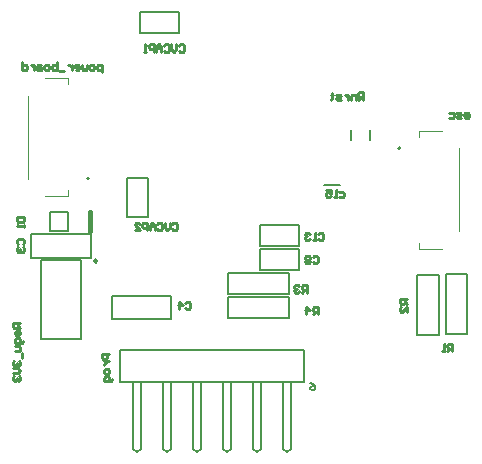
<source format=gbr>
%TF.GenerationSoftware,Altium Limited,Altium Designer,21.3.2 (30)*%
G04 Layer_Color=32896*
%FSLAX44Y44*%
%MOMM*%
%TF.SameCoordinates,DF9C5644-7730-4CB0-946D-AD2690A7FF42*%
%TF.FilePolarity,Positive*%
%TF.FileFunction,Legend,Bot*%
%TF.Part,Single*%
G01*
G75*
%TA.AperFunction,NonConductor*%
%ADD42C,0.2500*%
%ADD43C,0.2000*%
%ADD44C,0.1000*%
%ADD45C,0.4000*%
%ADD46C,0.1524*%
%ADD47C,0.2540*%
D42*
X639370Y713720D02*
G03*
X639370Y713720I-1250J0D01*
G01*
D43*
X631380Y784440D02*
G03*
X631380Y782440I0J-1000D01*
G01*
D02*
G03*
X631380Y784440I0J1000D01*
G01*
X895160Y807990D02*
G03*
X895160Y809990I0J1000D01*
G01*
D02*
G03*
X895160Y807990I0J-1000D01*
G01*
X746100Y554140D02*
X749300Y552140D01*
X752500Y554140D01*
X746100D02*
Y611390D01*
X752500Y554140D02*
Y611390D01*
X695300Y554140D02*
X698500Y552140D01*
X701700Y554140D01*
X695300D02*
Y611390D01*
X701700Y554140D02*
Y611390D01*
X669900Y554140D02*
X673100Y552140D01*
X676300Y554140D01*
X669900D02*
Y611390D01*
X676300Y554140D02*
Y611390D01*
X658900Y638290D02*
X814300D01*
Y611390D02*
Y638290D01*
X658900Y611390D02*
X814300D01*
X658900D02*
Y638290D01*
X727100Y554140D02*
Y611390D01*
X720700Y554140D02*
Y611390D01*
X723900Y552140D02*
X727100Y554140D01*
X720700D02*
X723900Y552140D01*
X777900Y554140D02*
Y611390D01*
X771500Y554140D02*
Y611390D01*
X774700Y552140D02*
X777900Y554140D01*
X771500D02*
X774700Y552140D01*
X796900Y554140D02*
X800100Y552140D01*
X803300Y554140D01*
X796900D02*
Y611390D01*
X803300Y554140D02*
Y611390D01*
X708694Y906670D02*
Y924570D01*
X675994Y906670D02*
X708694D01*
X675994D02*
Y924570D01*
X708694D01*
X664200Y783624D02*
X682100D01*
Y750924D02*
Y783624D01*
X664200Y750924D02*
X682100D01*
X664200D02*
Y783624D01*
X625620Y647220D02*
Y714220D01*
X591620Y647220D02*
Y714220D01*
X625620D01*
X591620Y647220D02*
X625620D01*
X614860Y738760D02*
Y754760D01*
X599260D02*
X614860D01*
X599260Y738760D02*
X614860D01*
X599260D02*
Y754760D01*
X831700Y778290D02*
X844700D01*
X777340Y744230D02*
X810040D01*
X777340Y726330D02*
Y744230D01*
Y726330D02*
X810040D01*
Y744230D01*
X777340Y723910D02*
X810040D01*
X777340Y706010D02*
Y723910D01*
Y706010D02*
X810040D01*
Y723910D01*
X651520Y664470D02*
X702220D01*
Y684370D01*
X651520D02*
X702220D01*
X651520Y664470D02*
Y684370D01*
X633720Y716440D02*
Y736340D01*
X583020Y716440D02*
X633720D01*
X583020D02*
Y736340D01*
X633720D01*
X870330Y816420D02*
Y824420D01*
X854330Y816420D02*
Y824420D01*
D44*
X615000Y863440D02*
Y868440D01*
X595380D02*
X615000D01*
X581000Y783440D02*
Y853440D01*
X595380Y768440D02*
X615000D01*
Y773440D01*
X911540Y723990D02*
Y728990D01*
Y723990D02*
X931160D01*
X945540Y738990D02*
Y808990D01*
X911540Y823990D02*
X931160D01*
X911540Y818990D02*
Y823990D01*
D45*
X632960Y738760D02*
Y754760D01*
D46*
X934610Y651420D02*
X952610D01*
X934610D02*
Y702420D01*
X952610D01*
Y651420D02*
Y702420D01*
X910480Y651140D02*
X928480D01*
X910480D02*
Y702140D01*
X928480D01*
Y651140D02*
Y702140D01*
X801460Y685690D02*
Y703690D01*
X750460Y685690D02*
X801460D01*
X750460D02*
Y703690D01*
X801460D01*
Y665370D02*
Y683370D01*
X750460Y665370D02*
X801460D01*
X750460D02*
Y683370D01*
X801460D01*
X819856Y610770D02*
X821972Y609712D01*
X824088Y607596D01*
Y605480D01*
X823030Y604422D01*
X820914D01*
X819856Y605480D01*
Y606538D01*
X820914Y607596D01*
X824088D01*
D47*
X702856Y745066D02*
X703914Y746124D01*
X706030D01*
X707088Y745066D01*
Y740834D01*
X706030Y739776D01*
X703914D01*
X702856Y740834D01*
X700740Y746124D02*
Y741892D01*
X698624Y739776D01*
X696508Y741892D01*
Y746124D01*
X690160Y745066D02*
X691218Y746124D01*
X693334D01*
X694392Y745066D01*
Y740834D01*
X693334Y739776D01*
X691218D01*
X690160Y740834D01*
X688044Y739776D02*
Y744008D01*
X685928Y746124D01*
X683812Y744008D01*
Y739776D01*
Y742950D01*
X688044D01*
X681696Y739776D02*
Y746124D01*
X678522D01*
X677464Y745066D01*
Y742950D01*
X678522Y741892D01*
X681696D01*
X671116Y739776D02*
X675348D01*
X671116Y744008D01*
Y745066D01*
X672174Y746124D01*
X674290D01*
X675348Y745066D01*
X708492Y896068D02*
X709550Y897126D01*
X711666D01*
X712724Y896068D01*
Y891836D01*
X711666Y890778D01*
X709550D01*
X708492Y891836D01*
X706376Y897126D02*
Y892894D01*
X704260Y890778D01*
X702144Y892894D01*
Y897126D01*
X695796Y896068D02*
X696854Y897126D01*
X698970D01*
X700028Y896068D01*
Y891836D01*
X698970Y890778D01*
X696854D01*
X695796Y891836D01*
X693680Y890778D02*
Y895010D01*
X691564Y897126D01*
X689448Y895010D01*
Y890778D01*
Y893952D01*
X693680D01*
X687332Y890778D02*
Y897126D01*
X684158D01*
X683100Y896068D01*
Y893952D01*
X684158Y892894D01*
X687332D01*
X680984Y890778D02*
X678868D01*
X679926D01*
Y897126D01*
X680984Y896068D01*
X649562Y634954D02*
X643214D01*
Y631780D01*
X644272Y630722D01*
X646388D01*
X647446Y631780D01*
Y634954D01*
X645330Y628606D02*
X649562D01*
X647446D01*
X646388Y627548D01*
X645330Y626490D01*
Y625432D01*
X649562Y621200D02*
Y619084D01*
X648504Y618026D01*
X646388D01*
X645330Y619084D01*
Y621200D01*
X646388Y622258D01*
X648504D01*
X649562Y621200D01*
X651678Y613794D02*
Y612736D01*
X650620Y611678D01*
X645330D01*
Y614852D01*
X646388Y615910D01*
X648504D01*
X649562Y614852D01*
Y611678D01*
X825964Y668656D02*
Y675004D01*
X822790D01*
X821732Y673946D01*
Y671830D01*
X822790Y670772D01*
X825964D01*
X823848D02*
X821732Y668656D01*
X816442D02*
Y675004D01*
X819616Y671830D01*
X815384D01*
X816820Y686944D02*
Y693292D01*
X813646D01*
X812588Y692234D01*
Y690118D01*
X813646Y689060D01*
X816820D01*
X814704D02*
X812588Y686944D01*
X810472Y692234D02*
X809414Y693292D01*
X807298D01*
X806240Y692234D01*
Y691176D01*
X807298Y690118D01*
X808356D01*
X807298D01*
X806240Y689060D01*
Y688002D01*
X807298Y686944D01*
X809414D01*
X810472Y688002D01*
X901826Y681184D02*
X895478D01*
Y678010D01*
X896536Y676952D01*
X898652D01*
X899710Y678010D01*
Y681184D01*
Y679068D02*
X901826Y676952D01*
Y670604D02*
Y674836D01*
X897594Y670604D01*
X896536D01*
X895478Y671662D01*
Y673778D01*
X896536Y674836D01*
X939968Y637414D02*
Y643762D01*
X936794D01*
X935736Y642704D01*
Y640588D01*
X936794Y639530D01*
X939968D01*
X937852D02*
X935736Y637414D01*
X933620D02*
X931504D01*
X932562D01*
Y643762D01*
X933620Y642704D01*
X864654Y850266D02*
Y856614D01*
X861480D01*
X860422Y855556D01*
Y853440D01*
X861480Y852382D01*
X864654D01*
X862538D02*
X860422Y850266D01*
X858306D02*
Y854498D01*
X855132D01*
X854074Y853440D01*
Y850266D01*
X851958Y854498D02*
Y850266D01*
Y852382D01*
X850900Y853440D01*
X849842Y854498D01*
X848784D01*
X845610Y850266D02*
X842436D01*
X841378Y851324D01*
X842436Y852382D01*
X844552D01*
X845610Y853440D01*
X844552Y854498D01*
X841378D01*
X838204Y855556D02*
Y854498D01*
X839262D01*
X837146D01*
X838204D01*
Y851324D01*
X837146Y850266D01*
X574378Y661112D02*
X568030D01*
Y657938D01*
X569088Y656880D01*
X571204D01*
X572262Y657938D01*
Y661112D01*
Y658996D02*
X574378Y656880D01*
Y651590D02*
Y653706D01*
X573320Y654764D01*
X571204D01*
X570146Y653706D01*
Y651590D01*
X571204Y650532D01*
X572262D01*
Y654764D01*
X576494Y646300D02*
Y645242D01*
X575436Y644184D01*
X570146D01*
Y647358D01*
X571204Y648416D01*
X573320D01*
X574378Y647358D01*
Y644184D01*
X570146Y642068D02*
X573320D01*
X574378Y641010D01*
Y637836D01*
X570146D01*
X575436Y635720D02*
Y631488D01*
X569088Y629372D02*
X568030Y628314D01*
Y626198D01*
X569088Y625140D01*
X570146D01*
X571204Y626198D01*
Y627256D01*
Y626198D01*
X572262Y625140D01*
X573320D01*
X574378Y626198D01*
Y628314D01*
X573320Y629372D01*
X568030Y623024D02*
X572262D01*
X574378Y620908D01*
X572262Y618792D01*
X568030D01*
X569088Y616676D02*
X568030Y615618D01*
Y613502D01*
X569088Y612444D01*
X570146D01*
X571204Y613502D01*
Y614560D01*
Y613502D01*
X572262Y612444D01*
X573320D01*
X574378Y613502D01*
Y615618D01*
X573320Y616676D01*
X643202Y873338D02*
Y879686D01*
X640028D01*
X638970Y878628D01*
Y876512D01*
X640028Y875454D01*
X643202D01*
X635796D02*
X633680D01*
X632622Y876512D01*
Y878628D01*
X633680Y879686D01*
X635796D01*
X636854Y878628D01*
Y876512D01*
X635796Y875454D01*
X630506Y879686D02*
Y876512D01*
X629448Y875454D01*
X628390Y876512D01*
X627332Y875454D01*
X626274Y876512D01*
Y879686D01*
X620984Y875454D02*
X623100D01*
X624158Y876512D01*
Y878628D01*
X623100Y879686D01*
X620984D01*
X619926Y878628D01*
Y877570D01*
X624158D01*
X617810Y879686D02*
Y875454D01*
Y877570D01*
X616752Y878628D01*
X615694Y879686D01*
X614636D01*
X611462Y874396D02*
X607230D01*
X605114Y881802D02*
Y875454D01*
X601940D01*
X600882Y876512D01*
Y877570D01*
Y878628D01*
X601940Y879686D01*
X605114D01*
X597708Y875454D02*
X595592D01*
X594534Y876512D01*
Y878628D01*
X595592Y879686D01*
X597708D01*
X598766Y878628D01*
Y876512D01*
X597708Y875454D01*
X591360Y879686D02*
X589244D01*
X588186Y878628D01*
Y875454D01*
X591360D01*
X592418Y876512D01*
X591360Y877570D01*
X588186D01*
X586070Y879686D02*
Y875454D01*
Y877570D01*
X585012Y878628D01*
X583954Y879686D01*
X582896D01*
X575490Y881802D02*
Y875454D01*
X578664D01*
X579722Y876512D01*
Y878628D01*
X578664Y879686D01*
X575490D01*
X950932Y834560D02*
X953048D01*
X954106Y835618D01*
Y837734D01*
X953048Y838792D01*
X950932D01*
X949874Y837734D01*
Y836676D01*
X954106D01*
X947758Y834560D02*
X944584D01*
X943526Y835618D01*
X944584Y836676D01*
X946700D01*
X947758Y837734D01*
X946700Y838792D01*
X943526D01*
X937178D02*
X940352D01*
X941410Y837734D01*
Y835618D01*
X940352Y834560D01*
X937178D01*
X571374Y750738D02*
X577722D01*
Y747564D01*
X576664Y746506D01*
X572432D01*
X571374Y747564D01*
Y750738D01*
X577722Y744390D02*
Y742274D01*
Y743332D01*
X571374D01*
X572432Y744390D01*
X844443Y771694D02*
X847617D01*
X848675Y770636D01*
Y768520D01*
X847617Y767462D01*
X844443D01*
X842327D02*
X840211D01*
X841269D01*
Y773810D01*
X842327Y772752D01*
X832805Y773810D02*
X837037D01*
Y770636D01*
X834921Y771694D01*
X833863D01*
X832805Y770636D01*
Y768520D01*
X833863Y767462D01*
X835979D01*
X837037Y768520D01*
X826663Y736684D02*
X827721Y737742D01*
X829837D01*
X830895Y736684D01*
Y732452D01*
X829837Y731394D01*
X827721D01*
X826663Y732452D01*
X824547Y731394D02*
X822431D01*
X823489D01*
Y737742D01*
X824547Y736684D01*
X819257D02*
X818199Y737742D01*
X816083D01*
X815025Y736684D01*
Y735626D01*
X816083Y734568D01*
X817141D01*
X816083D01*
X815025Y733510D01*
Y732452D01*
X816083Y731394D01*
X818199D01*
X819257Y732452D01*
X821732Y716872D02*
X822790Y717930D01*
X824906D01*
X825964Y716872D01*
Y712640D01*
X824906Y711582D01*
X822790D01*
X821732Y712640D01*
X819616Y716872D02*
X818558Y717930D01*
X816442D01*
X815384Y716872D01*
Y715814D01*
X816442Y714756D01*
X815384Y713698D01*
Y712640D01*
X816442Y711582D01*
X818558D01*
X819616Y712640D01*
Y713698D01*
X818558Y714756D01*
X819616Y715814D01*
Y716872D01*
X818558Y714756D02*
X816442D01*
X714036Y678264D02*
X715094Y679322D01*
X717210D01*
X718268Y678264D01*
Y674032D01*
X717210Y672974D01*
X715094D01*
X714036Y674032D01*
X708746Y672974D02*
Y679322D01*
X711920Y676148D01*
X707688D01*
X572178Y727752D02*
X571120Y728810D01*
Y730926D01*
X572178Y731984D01*
X576410D01*
X577468Y730926D01*
Y728810D01*
X576410Y727752D01*
X572178Y725636D02*
X571120Y724578D01*
Y722462D01*
X572178Y721404D01*
X573236D01*
X574294Y722462D01*
Y723520D01*
Y722462D01*
X575352Y721404D01*
X576410D01*
X577468Y722462D01*
Y724578D01*
X576410Y725636D01*
%TF.MD5,97a3385af836fa97fa2c25cc99569095*%
M02*

</source>
